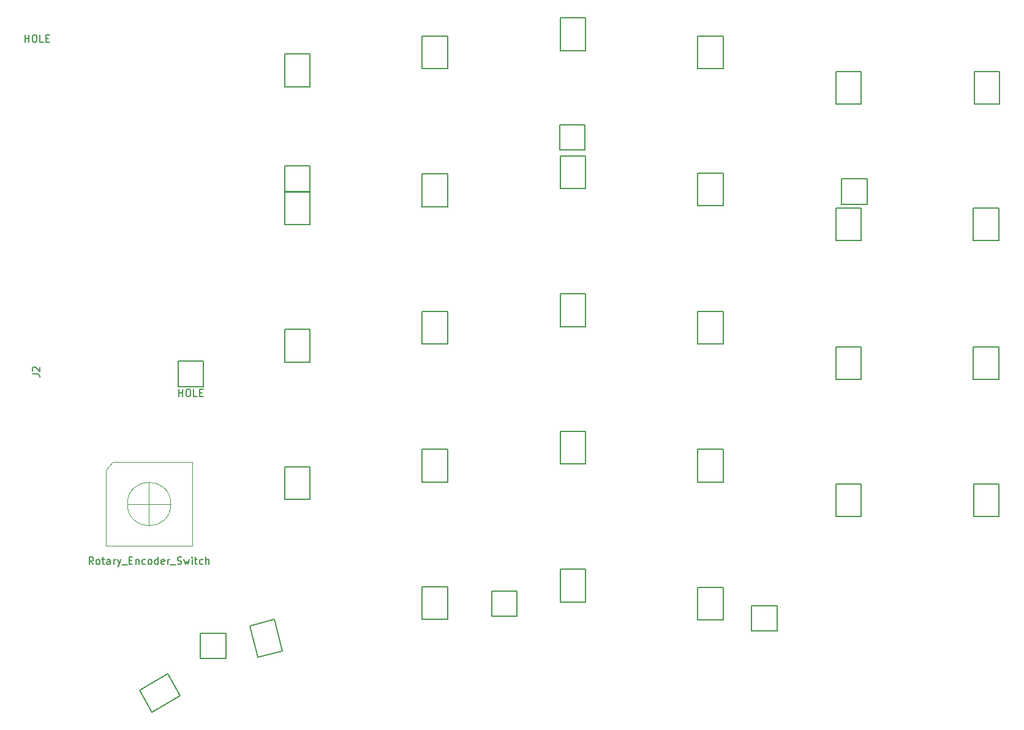
<source format=gbr>
G04 #@! TF.GenerationSoftware,KiCad,Pcbnew,(5.1.10-1-10_14)*
G04 #@! TF.CreationDate,2021-06-06T18:52:18-07:00*
G04 #@! TF.ProjectId,Soflyria,536f666c-7972-4696-912e-6b696361645f,rev?*
G04 #@! TF.SameCoordinates,Original*
G04 #@! TF.FileFunction,Other,Fab,Top*
%FSLAX46Y46*%
G04 Gerber Fmt 4.6, Leading zero omitted, Abs format (unit mm)*
G04 Created by KiCad (PCBNEW (5.1.10-1-10_14)) date 2021-06-06 18:52:18*
%MOMM*%
%LPD*%
G01*
G04 APERTURE LIST*
%ADD10C,0.150000*%
%ADD11C,0.120000*%
G04 APERTURE END LIST*
D10*
X107100000Y-122380000D02*
X107100000Y-125880000D01*
X110600000Y-122380000D02*
X110600000Y-125880000D01*
X107100000Y-122380000D02*
X110600000Y-122380000D01*
X110600000Y-125880000D02*
X107100000Y-125880000D01*
X122250000Y-61250000D02*
X122250000Y-57750000D01*
X118750000Y-61250000D02*
X118750000Y-57750000D01*
X122250000Y-61250000D02*
X118750000Y-61250000D01*
X118750000Y-57750000D02*
X122250000Y-57750000D01*
X156750000Y-52040000D02*
X156750000Y-55540000D01*
X160250000Y-52040000D02*
X160250000Y-55540000D01*
X156750000Y-52040000D02*
X160250000Y-52040000D01*
X160250000Y-55540000D02*
X156750000Y-55540000D01*
X199250000Y-63000000D02*
X199250000Y-59500000D01*
X195750000Y-63000000D02*
X195750000Y-59500000D01*
X199250000Y-63000000D02*
X195750000Y-63000000D01*
X195750000Y-59500000D02*
X199250000Y-59500000D01*
X147333600Y-116512600D02*
X147333600Y-120012600D01*
X150833600Y-116512600D02*
X150833600Y-120012600D01*
X147333600Y-116512600D02*
X150833600Y-116512600D01*
X150833600Y-120012600D02*
X147333600Y-120012600D01*
X183300000Y-118570000D02*
X183300000Y-122070000D01*
X186800000Y-118570000D02*
X186800000Y-122070000D01*
X183300000Y-118570000D02*
X186800000Y-118570000D01*
X186800000Y-122070000D02*
X183300000Y-122070000D01*
X104000000Y-84750000D02*
X104000000Y-88250000D01*
X107500000Y-84750000D02*
X107500000Y-88250000D01*
X104000000Y-84750000D02*
X107500000Y-84750000D01*
X107500000Y-88250000D02*
X104000000Y-88250000D01*
X214050000Y-44650000D02*
X217550000Y-44650000D01*
X217550000Y-49150000D02*
X214050000Y-49150000D01*
X214050000Y-49150000D02*
X214050000Y-44650000D01*
X217550000Y-49150000D02*
X217550000Y-44650000D01*
X156850000Y-94440000D02*
X160350000Y-94440000D01*
X160350000Y-98940000D02*
X156850000Y-98940000D01*
X156850000Y-98940000D02*
X156850000Y-94440000D01*
X160350000Y-98940000D02*
X160350000Y-94440000D01*
X194950000Y-101750000D02*
X198450000Y-101750000D01*
X198450000Y-106250000D02*
X194950000Y-106250000D01*
X194950000Y-106250000D02*
X194950000Y-101750000D01*
X198450000Y-106250000D02*
X198450000Y-101750000D01*
X213950000Y-63550000D02*
X217450000Y-63550000D01*
X217450000Y-68050000D02*
X213950000Y-68050000D01*
X213950000Y-68050000D02*
X213950000Y-63550000D01*
X217450000Y-68050000D02*
X217450000Y-63550000D01*
X194950000Y-63550000D02*
X198450000Y-63550000D01*
X198450000Y-68050000D02*
X194950000Y-68050000D01*
X194950000Y-68050000D02*
X194950000Y-63550000D01*
X198450000Y-68050000D02*
X198450000Y-63550000D01*
X194950000Y-82750000D02*
X198450000Y-82750000D01*
X198450000Y-87250000D02*
X194950000Y-87250000D01*
X194950000Y-87250000D02*
X194950000Y-82750000D01*
X198450000Y-87250000D02*
X198450000Y-82750000D01*
X137750000Y-39750000D02*
X141250000Y-39750000D01*
X141250000Y-44250000D02*
X137750000Y-44250000D01*
X137750000Y-44250000D02*
X137750000Y-39750000D01*
X141250000Y-44250000D02*
X141250000Y-39750000D01*
X175850000Y-116050000D02*
X179350000Y-116050000D01*
X179350000Y-120550000D02*
X175850000Y-120550000D01*
X175850000Y-120550000D02*
X175850000Y-116050000D01*
X179350000Y-120550000D02*
X179350000Y-116050000D01*
X156850000Y-113540000D02*
X160350000Y-113540000D01*
X160350000Y-118040000D02*
X156850000Y-118040000D01*
X156850000Y-118040000D02*
X156850000Y-113540000D01*
X160350000Y-118040000D02*
X160350000Y-113540000D01*
X137750000Y-115950000D02*
X141250000Y-115950000D01*
X141250000Y-120450000D02*
X137750000Y-120450000D01*
X137750000Y-120450000D02*
X137750000Y-115950000D01*
X141250000Y-120450000D02*
X141250000Y-115950000D01*
X113903782Y-121367008D02*
X117284523Y-120461142D01*
X118449208Y-124807808D02*
X115068468Y-125713674D01*
X115068468Y-125713674D02*
X113903782Y-121367008D01*
X118449208Y-124807808D02*
X117284523Y-120461142D01*
X102546697Y-128009456D02*
X104296697Y-131040544D01*
X100399583Y-133290544D02*
X98649583Y-130259456D01*
X98649583Y-130259456D02*
X102546697Y-128009456D01*
X100399583Y-133290544D02*
X104296697Y-131040544D01*
X214000000Y-101750000D02*
X217500000Y-101750000D01*
X217500000Y-106250000D02*
X214000000Y-106250000D01*
X214000000Y-106250000D02*
X214000000Y-101750000D01*
X217500000Y-106250000D02*
X217500000Y-101750000D01*
X175850000Y-96950000D02*
X179350000Y-96950000D01*
X179350000Y-101450000D02*
X175850000Y-101450000D01*
X175850000Y-101450000D02*
X175850000Y-96950000D01*
X179350000Y-101450000D02*
X179350000Y-96950000D01*
X137750000Y-96950000D02*
X141250000Y-96950000D01*
X141250000Y-101450000D02*
X137750000Y-101450000D01*
X137750000Y-101450000D02*
X137750000Y-96950000D01*
X141250000Y-101450000D02*
X141250000Y-96950000D01*
X118750000Y-99350000D02*
X122250000Y-99350000D01*
X122250000Y-103850000D02*
X118750000Y-103850000D01*
X118750000Y-103850000D02*
X118750000Y-99350000D01*
X122250000Y-103850000D02*
X122250000Y-99350000D01*
X213950000Y-82750000D02*
X217450000Y-82750000D01*
X217450000Y-87250000D02*
X213950000Y-87250000D01*
X213950000Y-87250000D02*
X213950000Y-82750000D01*
X217450000Y-87250000D02*
X217450000Y-82750000D01*
X175850000Y-77850000D02*
X179350000Y-77850000D01*
X179350000Y-82350000D02*
X175850000Y-82350000D01*
X175850000Y-82350000D02*
X175850000Y-77850000D01*
X179350000Y-82350000D02*
X179350000Y-77850000D01*
X156850000Y-75440000D02*
X160350000Y-75440000D01*
X160350000Y-79940000D02*
X156850000Y-79940000D01*
X156850000Y-79940000D02*
X156850000Y-75440000D01*
X160350000Y-79940000D02*
X160350000Y-75440000D01*
X137750000Y-77850000D02*
X141250000Y-77850000D01*
X141250000Y-82350000D02*
X137750000Y-82350000D01*
X137750000Y-82350000D02*
X137750000Y-77850000D01*
X141250000Y-82350000D02*
X141250000Y-77850000D01*
X118750000Y-80350000D02*
X122250000Y-80350000D01*
X122250000Y-84850000D02*
X118750000Y-84850000D01*
X118750000Y-84850000D02*
X118750000Y-80350000D01*
X122250000Y-84850000D02*
X122250000Y-80350000D01*
X175850000Y-58750000D02*
X179350000Y-58750000D01*
X179350000Y-63250000D02*
X175850000Y-63250000D01*
X175850000Y-63250000D02*
X175850000Y-58750000D01*
X179350000Y-63250000D02*
X179350000Y-58750000D01*
X156850000Y-56340000D02*
X160350000Y-56340000D01*
X160350000Y-60840000D02*
X156850000Y-60840000D01*
X156850000Y-60840000D02*
X156850000Y-56340000D01*
X160350000Y-60840000D02*
X160350000Y-56340000D01*
X137750000Y-58850000D02*
X141250000Y-58850000D01*
X141250000Y-63350000D02*
X137750000Y-63350000D01*
X137750000Y-63350000D02*
X137750000Y-58850000D01*
X141250000Y-63350000D02*
X141250000Y-58850000D01*
X118750000Y-61350000D02*
X122250000Y-61350000D01*
X122250000Y-65850000D02*
X118750000Y-65850000D01*
X118750000Y-65850000D02*
X118750000Y-61350000D01*
X122250000Y-65850000D02*
X122250000Y-61350000D01*
X194950000Y-44650000D02*
X198450000Y-44650000D01*
X198450000Y-49150000D02*
X194950000Y-49150000D01*
X194950000Y-49150000D02*
X194950000Y-44650000D01*
X198450000Y-49150000D02*
X198450000Y-44650000D01*
X175850000Y-39750000D02*
X179350000Y-39750000D01*
X179350000Y-44250000D02*
X175850000Y-44250000D01*
X175850000Y-44250000D02*
X175850000Y-39750000D01*
X179350000Y-44250000D02*
X179350000Y-39750000D01*
X156850000Y-37250000D02*
X160350000Y-37250000D01*
X160350000Y-41750000D02*
X156850000Y-41750000D01*
X156850000Y-41750000D02*
X156850000Y-37250000D01*
X160350000Y-41750000D02*
X160350000Y-37250000D01*
X118750000Y-42250000D02*
X122250000Y-42250000D01*
X122250000Y-46750000D02*
X118750000Y-46750000D01*
X118750000Y-46750000D02*
X118750000Y-42250000D01*
X122250000Y-46750000D02*
X122250000Y-42250000D01*
D11*
X103000000Y-104500000D02*
G75*
G03*
X103000000Y-104500000I-3000000J0D01*
G01*
X95000000Y-98700000D02*
X106000000Y-98700000D01*
X106000000Y-98700000D02*
X106000000Y-110300000D01*
X106000000Y-110300000D02*
X94000000Y-110300000D01*
X94000000Y-110300000D02*
X94000000Y-99800000D01*
X94000000Y-99800000D02*
X95000000Y-98700000D01*
X100000000Y-101500000D02*
X100000000Y-107500000D01*
X97000000Y-104500000D02*
X103000000Y-104500000D01*
D10*
X82833333Y-40602380D02*
X82833333Y-39602380D01*
X82833333Y-40078571D02*
X83404761Y-40078571D01*
X83404761Y-40602380D02*
X83404761Y-39602380D01*
X84071428Y-39602380D02*
X84261904Y-39602380D01*
X84357142Y-39650000D01*
X84452380Y-39745238D01*
X84500000Y-39935714D01*
X84500000Y-40269047D01*
X84452380Y-40459523D01*
X84357142Y-40554761D01*
X84261904Y-40602380D01*
X84071428Y-40602380D01*
X83976190Y-40554761D01*
X83880952Y-40459523D01*
X83833333Y-40269047D01*
X83833333Y-39935714D01*
X83880952Y-39745238D01*
X83976190Y-39650000D01*
X84071428Y-39602380D01*
X85404761Y-40602380D02*
X84928571Y-40602380D01*
X84928571Y-39602380D01*
X85738095Y-40078571D02*
X86071428Y-40078571D01*
X86214285Y-40602380D02*
X85738095Y-40602380D01*
X85738095Y-39602380D01*
X86214285Y-39602380D01*
X104083333Y-89602380D02*
X104083333Y-88602380D01*
X104083333Y-89078571D02*
X104654761Y-89078571D01*
X104654761Y-89602380D02*
X104654761Y-88602380D01*
X105321428Y-88602380D02*
X105511904Y-88602380D01*
X105607142Y-88650000D01*
X105702380Y-88745238D01*
X105750000Y-88935714D01*
X105750000Y-89269047D01*
X105702380Y-89459523D01*
X105607142Y-89554761D01*
X105511904Y-89602380D01*
X105321428Y-89602380D01*
X105226190Y-89554761D01*
X105130952Y-89459523D01*
X105083333Y-89269047D01*
X105083333Y-88935714D01*
X105130952Y-88745238D01*
X105226190Y-88650000D01*
X105321428Y-88602380D01*
X106654761Y-89602380D02*
X106178571Y-89602380D01*
X106178571Y-88602380D01*
X106988095Y-89078571D02*
X107321428Y-89078571D01*
X107464285Y-89602380D02*
X106988095Y-89602380D01*
X106988095Y-88602380D01*
X107464285Y-88602380D01*
X92285714Y-112852380D02*
X91952380Y-112376190D01*
X91714285Y-112852380D02*
X91714285Y-111852380D01*
X92095238Y-111852380D01*
X92190476Y-111900000D01*
X92238095Y-111947619D01*
X92285714Y-112042857D01*
X92285714Y-112185714D01*
X92238095Y-112280952D01*
X92190476Y-112328571D01*
X92095238Y-112376190D01*
X91714285Y-112376190D01*
X92857142Y-112852380D02*
X92761904Y-112804761D01*
X92714285Y-112757142D01*
X92666666Y-112661904D01*
X92666666Y-112376190D01*
X92714285Y-112280952D01*
X92761904Y-112233333D01*
X92857142Y-112185714D01*
X93000000Y-112185714D01*
X93095238Y-112233333D01*
X93142857Y-112280952D01*
X93190476Y-112376190D01*
X93190476Y-112661904D01*
X93142857Y-112757142D01*
X93095238Y-112804761D01*
X93000000Y-112852380D01*
X92857142Y-112852380D01*
X93476190Y-112185714D02*
X93857142Y-112185714D01*
X93619047Y-111852380D02*
X93619047Y-112709523D01*
X93666666Y-112804761D01*
X93761904Y-112852380D01*
X93857142Y-112852380D01*
X94619047Y-112852380D02*
X94619047Y-112328571D01*
X94571428Y-112233333D01*
X94476190Y-112185714D01*
X94285714Y-112185714D01*
X94190476Y-112233333D01*
X94619047Y-112804761D02*
X94523809Y-112852380D01*
X94285714Y-112852380D01*
X94190476Y-112804761D01*
X94142857Y-112709523D01*
X94142857Y-112614285D01*
X94190476Y-112519047D01*
X94285714Y-112471428D01*
X94523809Y-112471428D01*
X94619047Y-112423809D01*
X95095238Y-112852380D02*
X95095238Y-112185714D01*
X95095238Y-112376190D02*
X95142857Y-112280952D01*
X95190476Y-112233333D01*
X95285714Y-112185714D01*
X95380952Y-112185714D01*
X95619047Y-112185714D02*
X95857142Y-112852380D01*
X96095238Y-112185714D02*
X95857142Y-112852380D01*
X95761904Y-113090476D01*
X95714285Y-113138095D01*
X95619047Y-113185714D01*
X96238095Y-112947619D02*
X97000000Y-112947619D01*
X97238095Y-112328571D02*
X97571428Y-112328571D01*
X97714285Y-112852380D02*
X97238095Y-112852380D01*
X97238095Y-111852380D01*
X97714285Y-111852380D01*
X98142857Y-112185714D02*
X98142857Y-112852380D01*
X98142857Y-112280952D02*
X98190476Y-112233333D01*
X98285714Y-112185714D01*
X98428571Y-112185714D01*
X98523809Y-112233333D01*
X98571428Y-112328571D01*
X98571428Y-112852380D01*
X99476190Y-112804761D02*
X99380952Y-112852380D01*
X99190476Y-112852380D01*
X99095238Y-112804761D01*
X99047619Y-112757142D01*
X99000000Y-112661904D01*
X99000000Y-112376190D01*
X99047619Y-112280952D01*
X99095238Y-112233333D01*
X99190476Y-112185714D01*
X99380952Y-112185714D01*
X99476190Y-112233333D01*
X100047619Y-112852380D02*
X99952380Y-112804761D01*
X99904761Y-112757142D01*
X99857142Y-112661904D01*
X99857142Y-112376190D01*
X99904761Y-112280952D01*
X99952380Y-112233333D01*
X100047619Y-112185714D01*
X100190476Y-112185714D01*
X100285714Y-112233333D01*
X100333333Y-112280952D01*
X100380952Y-112376190D01*
X100380952Y-112661904D01*
X100333333Y-112757142D01*
X100285714Y-112804761D01*
X100190476Y-112852380D01*
X100047619Y-112852380D01*
X101238095Y-112852380D02*
X101238095Y-111852380D01*
X101238095Y-112804761D02*
X101142857Y-112852380D01*
X100952380Y-112852380D01*
X100857142Y-112804761D01*
X100809523Y-112757142D01*
X100761904Y-112661904D01*
X100761904Y-112376190D01*
X100809523Y-112280952D01*
X100857142Y-112233333D01*
X100952380Y-112185714D01*
X101142857Y-112185714D01*
X101238095Y-112233333D01*
X102095238Y-112804761D02*
X102000000Y-112852380D01*
X101809523Y-112852380D01*
X101714285Y-112804761D01*
X101666666Y-112709523D01*
X101666666Y-112328571D01*
X101714285Y-112233333D01*
X101809523Y-112185714D01*
X102000000Y-112185714D01*
X102095238Y-112233333D01*
X102142857Y-112328571D01*
X102142857Y-112423809D01*
X101666666Y-112519047D01*
X102571428Y-112852380D02*
X102571428Y-112185714D01*
X102571428Y-112376190D02*
X102619047Y-112280952D01*
X102666666Y-112233333D01*
X102761904Y-112185714D01*
X102857142Y-112185714D01*
X102952380Y-112947619D02*
X103714285Y-112947619D01*
X103904761Y-112804761D02*
X104047619Y-112852380D01*
X104285714Y-112852380D01*
X104380952Y-112804761D01*
X104428571Y-112757142D01*
X104476190Y-112661904D01*
X104476190Y-112566666D01*
X104428571Y-112471428D01*
X104380952Y-112423809D01*
X104285714Y-112376190D01*
X104095238Y-112328571D01*
X104000000Y-112280952D01*
X103952380Y-112233333D01*
X103904761Y-112138095D01*
X103904761Y-112042857D01*
X103952380Y-111947619D01*
X104000000Y-111900000D01*
X104095238Y-111852380D01*
X104333333Y-111852380D01*
X104476190Y-111900000D01*
X104809523Y-112185714D02*
X105000000Y-112852380D01*
X105190476Y-112376190D01*
X105380952Y-112852380D01*
X105571428Y-112185714D01*
X105952380Y-112852380D02*
X105952380Y-112185714D01*
X105952380Y-111852380D02*
X105904761Y-111900000D01*
X105952380Y-111947619D01*
X106000000Y-111900000D01*
X105952380Y-111852380D01*
X105952380Y-111947619D01*
X106285714Y-112185714D02*
X106666666Y-112185714D01*
X106428571Y-111852380D02*
X106428571Y-112709523D01*
X106476190Y-112804761D01*
X106571428Y-112852380D01*
X106666666Y-112852380D01*
X107428571Y-112804761D02*
X107333333Y-112852380D01*
X107142857Y-112852380D01*
X107047619Y-112804761D01*
X107000000Y-112757142D01*
X106952380Y-112661904D01*
X106952380Y-112376190D01*
X107000000Y-112280952D01*
X107047619Y-112233333D01*
X107142857Y-112185714D01*
X107333333Y-112185714D01*
X107428571Y-112233333D01*
X107857142Y-112852380D02*
X107857142Y-111852380D01*
X108285714Y-112852380D02*
X108285714Y-112328571D01*
X108238095Y-112233333D01*
X108142857Y-112185714D01*
X108000000Y-112185714D01*
X107904761Y-112233333D01*
X107857142Y-112280952D01*
X83865880Y-86522333D02*
X84580166Y-86522333D01*
X84723023Y-86569952D01*
X84818261Y-86665190D01*
X84865880Y-86808047D01*
X84865880Y-86903285D01*
X83961119Y-86093761D02*
X83913500Y-86046142D01*
X83865880Y-85950904D01*
X83865880Y-85712809D01*
X83913500Y-85617571D01*
X83961119Y-85569952D01*
X84056357Y-85522333D01*
X84151595Y-85522333D01*
X84294452Y-85569952D01*
X84865880Y-86141380D01*
X84865880Y-85522333D01*
M02*

</source>
